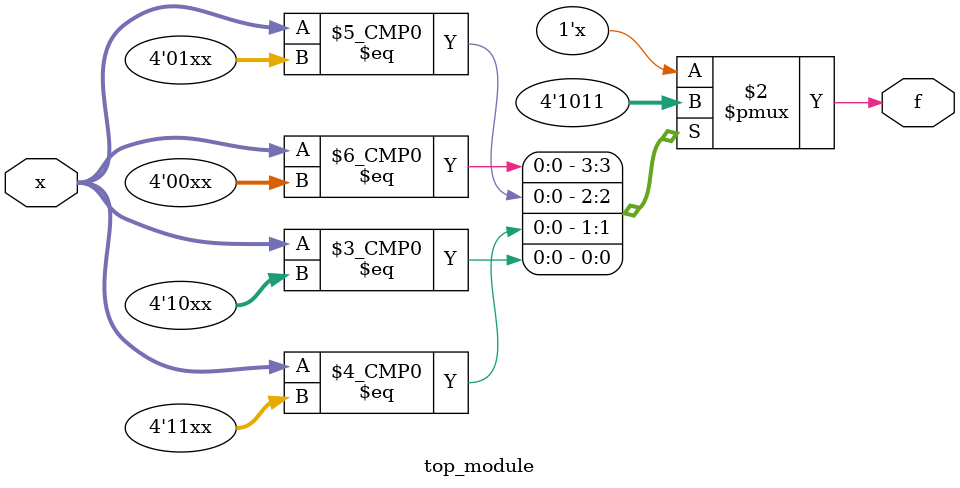
<source format=sv>
module top_module (
	input [4:1] x,
	output logic f
);

always_comb begin
	case(x)
		4'b00xx : f = 1;
		4'b01xx : f = 0;
		4'b11xx : f = 1;
		4'b10xx : f = 1;
		4'bxxx0 : f = 0;
		4'bxxx1 : f = 1;
		default : f = 0;
	endcase
end

endmodule

</source>
